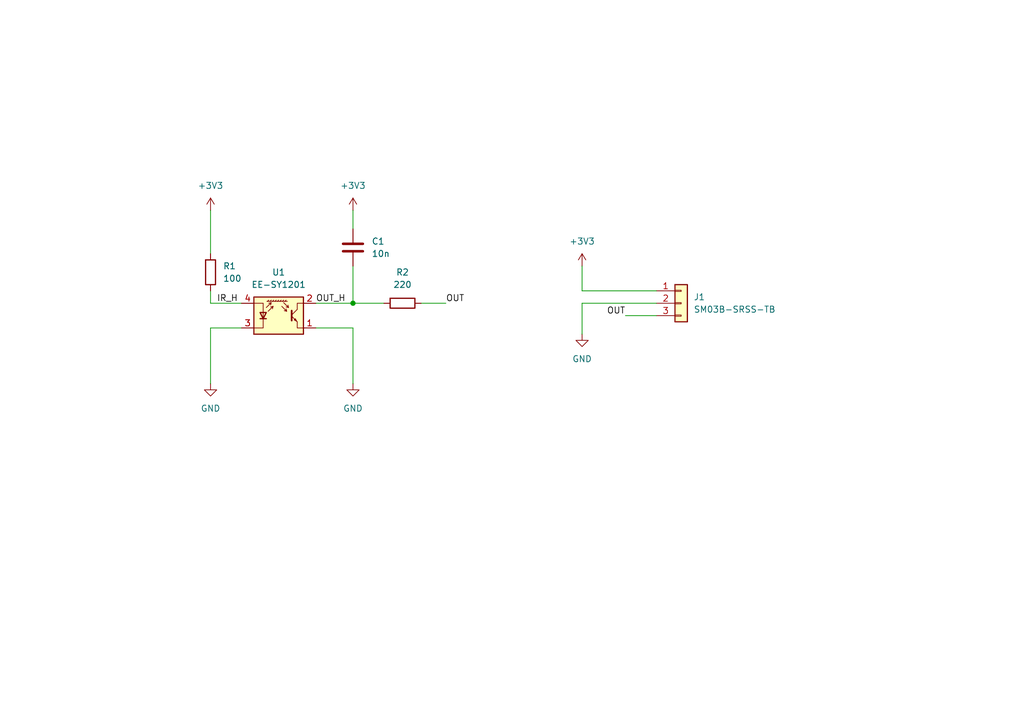
<source format=kicad_sch>
(kicad_sch (version 20231120) (generator "eeschema") (generator_version "8.0")
  (paper "A5")
  (title_block (title "ZACI - IR Reflective Sensor") (date "2024-03-07") (rev "A") (company "Universitée de Lausanne") (comment 1 "Licensed under CERN-OHL-S v2 or any later version") (comment 2 "Copyright Université de Lausanne 2024"))
  (lib_symbols
    (symbol "Connector_Generic:Conn_01x03" (pin_names (offset 1.016) hide)
      (property "Reference" "J" (at 0 5.08 0))
      (property "Value" "Conn_01x03" (at 0 -5.08 0))
      (symbol "Conn_01x03_1_1"
        (rectangle (start -1.27 -2.413) (end 0 -2.667) (stroke (width 0.1524)))
        (rectangle (start -1.27 0.127) (end 0 -0.127) (stroke (width 0.1524)))
        (rectangle (start -1.27 2.667) (end 0 2.413) (stroke (width 0.1524)))
        (rectangle (start -1.27 3.81) (end 1.27 -3.81) (stroke (width 0.254)) (fill (type background)))
        (pin passive line (at -5.08 2.54 0) (length 3.81) (name "Pin_1") (number "1"))
        (pin passive line (at -5.08 0 0) (length 3.81) (name "Pin_2") (number "2"))
        (pin passive line (at -5.08 -2.54 0) (length 3.81) (name "Pin_3") (number "3"))
      )
    )
    (symbol "Device:C" (pin_numbers hide) (pin_names (offset 0.254))
      (property "Reference" "C" (at 0.635 2.54 0))
      (property "Value" "C" (at 0.635 -2.54 0))
      (symbol "C_0_1"
        (polyline (pts (xy -2.032 -0.762) (xy 2.032 -0.762)) (stroke (width 0.508)))
        (polyline (pts (xy -2.032 0.762) (xy 2.032 0.762)) (stroke (width 0.508)))
      )
      (symbol "C_1_1"
        (pin passive line (at 0 3.81 270) (length 2.794) (name "~") (number "1"))
        (pin passive line (at 0 -3.81 90) (length 2.794) (name "~") (number "2"))
      )
    )
    (symbol "Device:R" (pin_numbers hide) (pin_names (offset 0))
      (property "Reference" "R" (at 2.032 0 90))
      (property "Value" "R" (at 0 0 90))
      (symbol "R_0_1"
        (rectangle (start -1.016 -2.54) (end 1.016 2.54) (stroke (width 0.254)))
      )
      (symbol "R_1_1"
        (pin passive line (at 0 3.81 270) (length 1.27) (name "~") (number "1"))
        (pin passive line (at 0 -3.81 90) (length 1.27) (name "~") (number "2"))
      )
    )
    (symbol "Sensor_Proximity:GP2S700HCP" (pin_names (offset 0.0254) hide)
      (property "Reference" "U" (at -3.81 5.08 0))
      (property "Value" "GP2S700HCP" (at 12.7 5.08 0))
      (symbol "GP2S700HCP_0_1"
        (polyline (pts (xy -3.81 -0.635) (xy -2.54 -0.635)) (stroke (width 0.254)))
        (polyline (pts (xy -2.286 2.921) (xy -2.032 3.175)))
        (polyline (pts (xy -1.778 2.921) (xy -1.524 3.175)))
        (polyline (pts (xy -1.524 2.667) (xy -1.651 2.159)))
        (polyline (pts (xy -1.27 2.921) (xy -1.016 3.175)))
        (polyline (pts (xy -1.143 1.905) (xy -1.27 1.397)))
        (polyline (pts (xy -0.762 2.921) (xy -0.508 3.175)))
        (polyline (pts (xy -0.254 2.921) (xy 0 3.175)))
        (polyline (pts (xy 0.254 2.921) (xy 0.508 3.175)))
        (polyline (pts (xy 0.762 2.921) (xy 1.016 3.175)))
        (polyline (pts (xy 1.27 2.921) (xy 1.524 3.175)))
        (polyline (pts (xy 1.651 0.889) (xy 1.143 1.016)))
        (polyline (pts (xy 1.778 2.921) (xy -2.413 2.921)))
        (polyline (pts (xy 2.032 1.651) (xy 1.524 1.778)))
        (polyline (pts (xy 2.667 -0.127) (xy 3.81 -1.27)))
        (polyline (pts (xy 2.667 0.127) (xy 3.81 1.27)))
        (polyline (pts (xy -2.54 1.651) (xy -1.524 2.667) (xy -2.032 2.54)))
        (polyline (pts (xy -2.159 0.889) (xy -1.143 1.905) (xy -1.651 1.778)))
        (polyline (pts (xy 0.635 1.905) (xy 1.651 0.889) (xy 1.524 1.397)))
        (polyline (pts (xy 1.016 2.667) (xy 2.032 1.651) (xy 1.905 2.159)))
        (polyline (pts (xy 2.667 1.016) (xy 2.667 -1.016) (xy 2.667 -1.016)) (stroke (width 0.3556)))
        (polyline (pts (xy 3.81 -1.27) (xy 3.81 -2.54) (xy 5.08 -2.54)))
        (polyline (pts (xy 3.81 1.27) (xy 3.81 2.54) (xy 5.08 2.54)))
        (polyline (pts (xy -5.08 -2.54) (xy -3.175 -2.54) (xy -3.175 2.54) (xy -5.08 2.54)))
        (polyline (pts (xy -3.175 -0.635) (xy -3.81 0.635) (xy -2.54 0.635) (xy -3.175 -0.635)) (stroke (width 0.254)))
        (polyline (pts (xy 3.683 -1.143) (xy 3.429 -0.635) (xy 3.175 -0.889) (xy 3.683 -1.143)))
        (polyline (pts (xy -5.08 -3.81) (xy 5.08 -3.81) (xy 5.08 3.81) (xy -5.08 3.81) (xy -5.08 -3.81)) (stroke (width 0.254)) (fill (type background)))
      )
      (symbol "GP2S700HCP_1_1"
        (pin open_emitter line (at 7.62 -2.54 180) (length 2.54) (name "~") (number "1"))
        (pin open_collector line (at 7.62 2.54 180) (length 2.54) (name "~") (number "2"))
        (pin passive line (at -7.62 -2.54 0) (length 2.54) (name "K") (number "3"))
        (pin passive line (at -7.62 2.54 0) (length 2.54) (name "A") (number "4"))
      )
    )
    (symbol "power:+3V3" (power) (pin_numbers hide) (pin_names (offset 0) hide)
      (property "Value" "+3V3" (at 0 3.556 0))
      (symbol "+3V3_0_1"
        (polyline (pts (xy -0.762 1.27) (xy 0 2.54)))
        (polyline (pts (xy 0 0) (xy 0 2.54)))
        (polyline (pts (xy 0 2.54) (xy 0.762 1.27)))
      )
      (symbol "+3V3_1_1"
        (pin power_in line (at 0 0 90) (length 0) (name "~") (number "1"))
      )
    )
    (symbol "power:GND" (power) (pin_numbers hide) (pin_names (offset 0) hide)
      (property "Value" "GND" (at 0 -3.81 0))
      (symbol "GND_0_1"
        (polyline (pts (xy 0 0) (xy 0 -1.27) (xy 1.27 -1.27) (xy 0 -2.54) (xy -1.27 -1.27) (xy 0 -1.27)))
      )
      (symbol "GND_1_1"
        (pin power_in line (at 0 0 270) (length 0) (name "~") (number "1"))
      )
    )
  )
  (junction (at 72.39 62.23))
  (wire (pts (xy 43.18 43.18) (xy 43.18 52.07)))
  (wire (pts (xy 43.18 59.69) (xy 43.18 62.23)))
  (wire (pts (xy 119.38 62.23) (xy 134.62 62.23)))
  (wire (pts (xy 72.39 62.23) (xy 78.74 62.23)))
  (wire (pts (xy 119.38 59.69) (xy 119.38 54.61)))
  (wire (pts (xy 43.18 67.31) (xy 49.53 67.31)))
  (wire (pts (xy 86.36 62.23) (xy 91.44 62.23)))
  (wire (pts (xy 72.39 54.61) (xy 72.39 62.23)))
  (wire (pts (xy 64.77 67.31) (xy 72.39 67.31)))
  (wire (pts (xy 119.38 68.58) (xy 119.38 62.23)))
  (wire (pts (xy 43.18 62.23) (xy 49.53 62.23)))
  (wire (pts (xy 134.62 64.77) (xy 128.27 64.77)))
  (wire (pts (xy 134.62 59.69) (xy 119.38 59.69)))
  (wire (pts (xy 72.39 67.31) (xy 72.39 78.74)))
  (wire (pts (xy 43.18 78.74) (xy 43.18 67.31)))
  (wire (pts (xy 64.77 62.23) (xy 72.39 62.23)))
  (wire (pts (xy 72.39 43.18) (xy 72.39 46.99)))
  (label "OUT" (at 128.27 64.77 180))
  (label "OUT_H" (at 64.77 62.23 0))
  (label "OUT" (at 91.44 62.23 0))
  (label "IR_H" (at 44.45 62.23 0))
  (symbol (lib_id "Device:C") (at 72.39 50.8 0) (unit 1)
    (property "Reference" "C1" (at 76.2 49.5299 0) (effects (justify left)))
    (property "Value" "10n" (at 76.2 52.0699 0) (effects (justify left)))
    (property "Footprint" "Capacitor_SMD:C_0603_1608Metric" (effects (hide yes)))
    (property "Description" "Unpolarized capacitor" (effects (hide yes)))
    (property "MPN" "CL10B103KB8NNNC" (effects (hide yes)))
    (property "Manufacturer" "Samsung Electro-Mechanics" (effects (hide yes)))
  )
  (symbol (lib_id "Sensor_Proximity:GP2S700HCP") (at 57.15 64.77 0) (unit 1)
    (property "Reference" "U1" (at 57.15 55.88 0))
    (property "Value" "EE-SY1201" (at 57.15 58.42 0))
    (property "Footprint" "OptoDevice:Sharp_GP2S700HCP" (effects (hide yes)))
    (property "Datasheet" "https://components.omron.com/us-en/datasheet_pdf/E602-E1.pdf" (effects (hide yes)))
    (property "Description" "Reflective Optical Sensor 0.217\" (5.5mm) 4-SMD" (effects (hide yes)))
    (property "MPN" "EE-SY1201" (effects (hide yes)))
    (property "Manufacturer" "Omron Electronics Inc" (effects (hide yes)))
  )
  (symbol (lib_id "power:+3V3") (at 119.38 54.61 0) (unit 1)
    (property "Reference" "#PWR05" (effects (hide yes)))
    (property "Value" "+3V3" (at 119.38 49.53 0))
    (property "Description" "Power symbol creates a global label with name \"+3V3\"" (effects (hide yes)))
  )
  (symbol (lib_id "Device:R") (at 43.18 55.88 0) (unit 1)
    (property "Reference" "R1" (at 45.72 54.6099 0) (effects (justify left)))
    (property "Value" "100" (at 45.72 57.1499 0) (effects (justify left)))
    (property "Footprint" "Resistor_SMD:R_0603_1608Metric" (effects (hide yes)))
    (property "Description" "Resistor" (effects (hide yes)))
    (property "MPN" "RC0603FR-07100L" (effects (hide yes)))
    (property "Manufacturer" "YAGEO" (effects (hide yes)))
  )
  (symbol (lib_id "Connector_Generic:Conn_01x03") (at 139.7 62.23 0) (unit 1)
    (property "Reference" "J1" (at 142.24 60.9599 0) (effects (justify left)))
    (property "Value" "SM03B-SRSS-TB" (at 142.24 63.4999 0) (effects (justify left)))
    (property "Footprint" "common:JST_SH_SM03B-SRSS-TB_1x03-1MP_P1.00mm_Horizontal" (effects (hide yes)))
    (property "Description" "Generic connector, single row, 01x03, script generated (kicad-library-utils/schlib/autogen/connector/)" (effects (hide yes)))
    (property "MPN" "SM03B-SRSS-TB" (effects (hide yes)))
    (property "Manufacturer" "JST" (effects (hide yes)))
  )
  (symbol (lib_id "power:GND") (at 43.18 78.74 0) (unit 1)
    (property "Reference" "#PWR02" (effects (hide yes)))
    (property "Value" "GND" (at 43.18 83.82 0))
    (property "Description" "Power symbol creates a global label with name \"GND\" , ground" (effects (hide yes)))
  )
  (symbol (lib_id "Device:R") (at 82.55 62.23 90) (unit 1)
    (property "Reference" "R2" (at 82.55 55.88 90))
    (property "Value" "220" (at 82.55 58.42 90))
    (property "Footprint" "Resistor_SMD:R_0603_1608Metric" (effects (hide yes)))
    (property "Description" "Resistor" (effects (hide yes)))
    (property "MPN" "RC0603FR-07220L" (effects (hide yes)))
    (property "Manufacturer" "YAGEO" (effects (hide yes)))
  )
  (symbol (lib_id "power:+3V3") (at 72.39 43.18 0) (unit 1)
    (property "Reference" "#PWR04" (effects (hide yes)))
    (property "Value" "+3V3" (at 72.39 38.1 0))
    (property "Description" "Power symbol creates a global label with name \"+3V3\"" (effects (hide yes)))
  )
  (symbol (lib_id "power:GND") (at 72.39 78.74 0) (unit 1)
    (property "Reference" "#PWR03" (effects (hide yes)))
    (property "Value" "GND" (at 72.39 83.82 0))
    (property "Description" "Power symbol creates a global label with name \"GND\" , ground" (effects (hide yes)))
  )
  (symbol (lib_id "power:GND") (at 119.38 68.58 0) (unit 1)
    (property "Reference" "#PWR06" (effects (hide yes)))
    (property "Value" "GND" (at 119.38 73.66 0))
    (property "Description" "Power symbol creates a global label with name \"GND\" , ground" (effects (hide yes)))
  )
  (symbol (lib_id "power:+3V3") (at 43.18 43.18 0) (unit 1)
    (property "Reference" "#PWR01" (effects (hide yes)))
    (property "Value" "+3V3" (at 43.18 38.1 0))
    (property "Description" "Power symbol creates a global label with name \"+3V3\"" (effects (hide yes)))
  )
)
</source>
